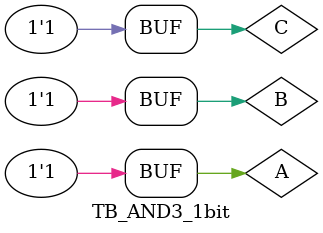
<source format=v>
`timescale 1ns/1ns

module AND3_1bit(A, B, C, Out);

input A, B, C;
output Out;

wire tmp0;

AND2_1bit AND2_0(.A(A), .B(B), .Out(tmp0));
AND2_1bit AND2_1(.A(tmp0), .B(C), .Out(Out));

endmodule




module TB_AND3_1bit();

reg A, B, C;
wire Out;

AND3_1bit AND(.A(A), .B(B), .C(C), .Out(Out));

initial begin
	A = 1'b0; B = 1'b0; C = 1'b0;
	#100;
	A = 1'b0; B = 1'b0; C = 1'b1;
	#100;
	A = 1'b0; B = 1'b1; C = 1'b0;
	#100;
	A = 1'b0; B = 1'b1; C = 1'b1;
	#100;
	A = 1'b1; B = 1'b0; C = 1'b0;
	#100;
	A = 1'b1; B = 1'b0; C = 1'b1;
	#100;
	A = 1'b1; B = 1'b1; C = 1'b0;
	#100;
	A = 1'b1; B = 1'b1; C = 1'b1;
end
endmodule

</source>
